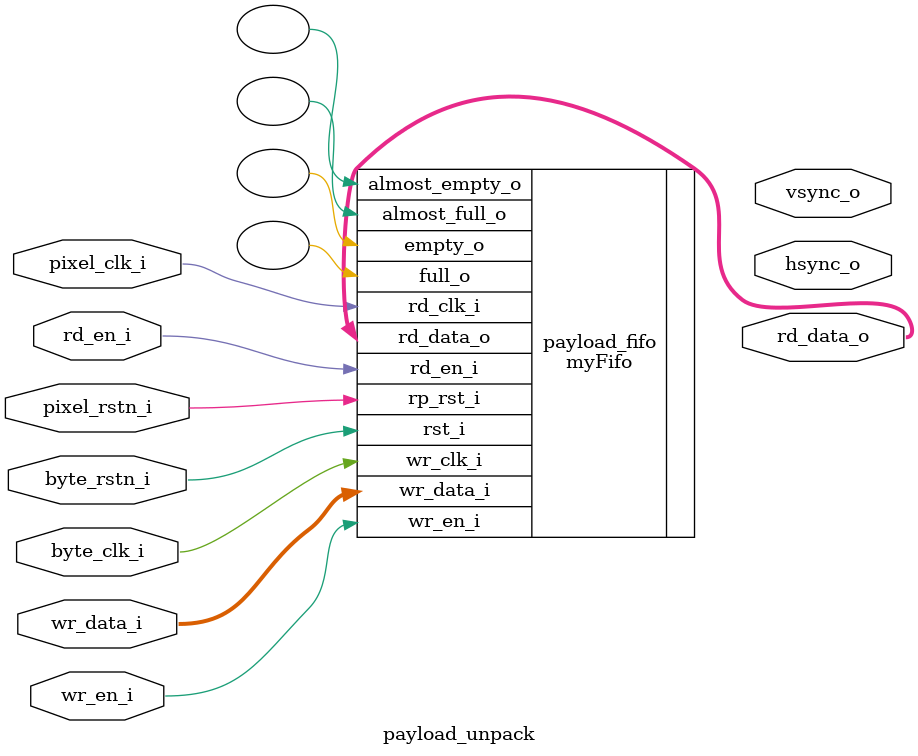
<source format=sv>


module payload_unpack #(parameter DATA_WIDTH = 16)
	(
		input  logic		byte_clk_i,
		input  logic		byte_rstn_i,
		
		input  logic		pixel_clk_i,
		input  logic 		pixel_rstn_i,
		
		input  logic		wr_en_i,
		input  logic 		rd_en_i,
		
		output logic		vsync_o,
		output logic		hsync_o,
		
		input  logic [DATA_WIDTH-1:0]   wr_data_i,  // 16 LSB of mtdata
		output logic [DATA_WIDTH-1:0]   rd_data_o
							
	);
	
	
	
	
	myFifo payload_fifo(
		.wr_clk_i  	 	(byte_clk_i ),
		.rd_clk_i		(pixel_clk_i ),
		.rst_i			(byte_rstn_i ),
		.rp_rst_i		(pixel_rstn_i ),
		.wr_en_i		(wr_en_i ),
		.rd_en_i		(rd_en_i ),       // note
		.wr_data_i		(wr_data_i ),
		.full_o			( ),
		.empty_o		( ),
		.almost_full_o	( ),
		.almost_empty_o	( ),
		.rd_data_o		(rd_data_o )
		);	
		
endmodule
</source>
